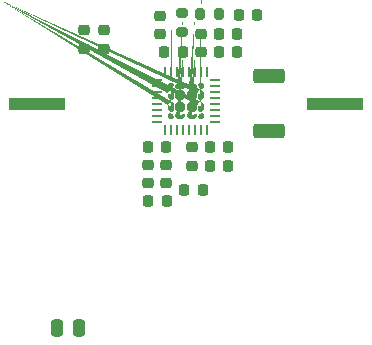
<source format=gbr>
%TF.GenerationSoftware,KiCad,Pcbnew,(6.0.5)*%
%TF.CreationDate,2025-03-15T15:53:08+01:00*%
%TF.ProjectId,PMA5-123-3W,504d4135-2d31-4323-932d-33572e6b6963,rev?*%
%TF.SameCoordinates,Original*%
%TF.FileFunction,Paste,Top*%
%TF.FilePolarity,Positive*%
%FSLAX46Y46*%
G04 Gerber Fmt 4.6, Leading zero omitted, Abs format (unit mm)*
G04 Created by KiCad (PCBNEW (6.0.5)) date 2025-03-15 15:53:08*
%MOMM*%
%LPD*%
G01*
G04 APERTURE LIST*
G04 Aperture macros list*
%AMRoundRect*
0 Rectangle with rounded corners*
0 $1 Rounding radius*
0 $2 $3 $4 $5 $6 $7 $8 $9 X,Y pos of 4 corners*
0 Add a 4 corners polygon primitive as box body*
4,1,4,$2,$3,$4,$5,$6,$7,$8,$9,$2,$3,0*
0 Add four circle primitives for the rounded corners*
1,1,$1+$1,$2,$3*
1,1,$1+$1,$4,$5*
1,1,$1+$1,$6,$7*
1,1,$1+$1,$8,$9*
0 Add four rect primitives between the rounded corners*
20,1,$1+$1,$2,$3,$4,$5,0*
20,1,$1+$1,$4,$5,$6,$7,0*
20,1,$1+$1,$6,$7,$8,$9,0*
20,1,$1+$1,$8,$9,$2,$3,0*%
%AMFreePoly0*
4,1,48,0.127555,0.216286,0.145112,0.216286,0.159316,0.205966,0.176016,0.200540,0.186336,0.186336,0.200540,0.176016,0.205966,0.159316,0.216286,0.145112,0.216286,0.127555,0.221712,0.110856,0.221712,-0.110856,0.216286,-0.127555,0.216286,-0.145112,0.205966,-0.159316,0.200540,-0.176016,0.186336,-0.186336,0.176016,-0.200540,0.159316,-0.205966,0.145112,-0.216286,0.127555,-0.216286,
0.110856,-0.221712,-0.110856,-0.221712,-0.127555,-0.216286,-0.145112,-0.216286,-0.159316,-0.205966,-0.176016,-0.200540,-0.186336,-0.186336,-0.200540,-0.176016,-0.205966,-0.159316,-0.216286,-0.145112,-0.216286,-0.127555,-0.221712,-0.110856,-0.221712,-0.000473,-0.218948,0.008034,-0.220347,0.016868,-0.208562,0.039997,-0.200540,0.064687,-0.193304,0.069944,-0.189243,0.077914,-0.077914,0.189243,
-0.069944,0.193304,-0.064687,0.200540,-0.039997,0.208562,-0.016868,0.220347,-0.008034,0.218948,0.000473,0.221712,0.110856,0.221712,0.127555,0.216286,0.127555,0.216286,$1*%
%AMFreePoly1*
4,1,51,0.238787,0.219373,0.246263,0.220557,0.265836,0.210584,0.286728,0.203796,0.291177,0.197673,0.297922,0.194236,0.375637,0.116520,0.379073,0.109776,0.385197,0.105327,0.391985,0.084434,0.401958,0.064862,0.400774,0.057386,0.403113,0.050187,0.403113,-0.127902,0.398522,-0.142032,0.398522,-0.156891,0.389788,-0.168912,0.385197,-0.183042,0.373177,-0.191776,0.364443,-0.203796,
0.350313,-0.208387,0.338292,-0.217121,0.323433,-0.217121,0.309303,-0.221712,-0.309303,-0.221712,-0.323433,-0.217121,-0.338292,-0.217121,-0.350313,-0.208387,-0.364443,-0.203796,-0.373177,-0.191776,-0.385197,-0.183042,-0.389788,-0.168912,-0.398522,-0.156891,-0.398522,-0.142032,-0.403113,-0.127902,-0.403113,0.050187,-0.400774,0.057386,-0.401958,0.064862,-0.391985,0.084435,-0.385197,0.105327,
-0.379074,0.109776,-0.375637,0.116521,-0.297921,0.194236,-0.291177,0.197672,-0.286728,0.203796,-0.265835,0.210584,-0.246263,0.220557,-0.238787,0.219373,-0.231588,0.221712,0.231588,0.221712,0.238787,0.219373,0.238787,0.219373,$1*%
%AMFreePoly2*
4,1,51,0.142032,0.398522,0.156891,0.398522,0.168912,0.389788,0.183042,0.385197,0.191776,0.373177,0.203796,0.364443,0.208387,0.350313,0.217121,0.338292,0.217121,0.323433,0.221712,0.309303,0.221712,-0.309303,0.217121,-0.323433,0.217121,-0.338292,0.208387,-0.350313,0.203796,-0.364443,0.191776,-0.373177,0.183042,-0.385197,0.168912,-0.389788,0.156891,-0.398522,0.142032,-0.398522,
0.127902,-0.403113,-0.050187,-0.403113,-0.057386,-0.400774,-0.064862,-0.401958,-0.084434,-0.391985,-0.105327,-0.385197,-0.109776,-0.379073,-0.116520,-0.375637,-0.194236,-0.297922,-0.197673,-0.291177,-0.203796,-0.286728,-0.210584,-0.265836,-0.220557,-0.246263,-0.219373,-0.238787,-0.221712,-0.231588,-0.221712,0.231588,-0.219373,0.238787,-0.220557,0.246263,-0.210584,0.265836,-0.203796,0.286728,
-0.197673,0.291177,-0.194236,0.297922,-0.116520,0.375637,-0.109776,0.379073,-0.105327,0.385197,-0.084434,0.391985,-0.064862,0.401958,-0.057386,0.400774,-0.050187,0.403113,0.127902,0.403113,0.142032,0.398522,0.142032,0.398522,$1*%
%AMFreePoly3*
4,1,51,0.057386,0.400774,0.064862,0.401958,0.084435,0.391985,0.105327,0.385197,0.109776,0.379074,0.116521,0.375637,0.194236,0.297921,0.197672,0.291177,0.203796,0.286728,0.210584,0.265835,0.220557,0.246263,0.219373,0.238787,0.221712,0.231588,0.221712,-0.231588,0.219373,-0.238787,0.220557,-0.246263,0.210584,-0.265835,0.203796,-0.286728,0.197672,-0.291177,0.194236,-0.297921,
0.116521,-0.375637,0.109776,-0.379074,0.105327,-0.385197,0.084435,-0.391985,0.064862,-0.401958,0.057386,-0.400774,0.050187,-0.403113,-0.127902,-0.403113,-0.142032,-0.398522,-0.156891,-0.398522,-0.168912,-0.389788,-0.183042,-0.385197,-0.191776,-0.373177,-0.203796,-0.364443,-0.208387,-0.350313,-0.217121,-0.338292,-0.217121,-0.323433,-0.221712,-0.309303,-0.221712,0.309303,-0.217121,0.323433,
-0.217121,0.338292,-0.208387,0.350313,-0.203796,0.364443,-0.191776,0.373177,-0.183042,0.385197,-0.168912,0.389788,-0.156891,0.398522,-0.142032,0.398522,-0.127902,0.403113,0.050187,0.403113,0.057386,0.400774,0.057386,0.400774,$1*%
%AMFreePoly4*
4,1,51,0.323433,0.217121,0.338292,0.217121,0.350313,0.208387,0.364443,0.203796,0.373177,0.191776,0.385197,0.183042,0.389788,0.168912,0.398522,0.156891,0.398522,0.142032,0.403113,0.127902,0.403113,-0.050187,0.400774,-0.057386,0.401958,-0.064862,0.391985,-0.084434,0.385197,-0.105327,0.379073,-0.109776,0.375637,-0.116520,0.297922,-0.194236,0.291177,-0.197673,0.286728,-0.203796,
0.265836,-0.210584,0.246263,-0.220557,0.238787,-0.219373,0.231588,-0.221712,-0.231588,-0.221712,-0.238787,-0.219373,-0.246263,-0.220557,-0.265835,-0.210584,-0.286728,-0.203796,-0.291177,-0.197672,-0.297921,-0.194236,-0.375637,-0.116521,-0.379074,-0.109776,-0.385197,-0.105327,-0.391985,-0.084435,-0.401958,-0.064862,-0.400774,-0.057386,-0.403113,-0.050187,-0.403113,0.127902,-0.398522,0.142032,
-0.398522,0.156891,-0.389788,0.168912,-0.385197,0.183042,-0.373177,0.191776,-0.364443,0.203796,-0.350313,0.208387,-0.338292,0.217121,-0.323433,0.217121,-0.309303,0.221712,0.309303,0.221712,0.323433,0.217121,0.323433,0.217121,$1*%
%AMFreePoly5*
4,1,48,0.127555,0.216286,0.145112,0.216286,0.159316,0.205966,0.176016,0.200540,0.186336,0.186336,0.200540,0.176016,0.205966,0.159316,0.216286,0.145112,0.216286,0.127555,0.221712,0.110856,0.221712,-0.110856,0.216286,-0.127555,0.216286,-0.145112,0.205966,-0.159316,0.200540,-0.176016,0.186336,-0.186336,0.176016,-0.200540,0.159316,-0.205966,0.145112,-0.216286,0.127555,-0.216286,
0.110856,-0.221712,0.000473,-0.221712,-0.008034,-0.218948,-0.016868,-0.220347,-0.039997,-0.208562,-0.064687,-0.200540,-0.069944,-0.193304,-0.077914,-0.189243,-0.189243,-0.077914,-0.193304,-0.069944,-0.200540,-0.064687,-0.208562,-0.039997,-0.220347,-0.016868,-0.218948,-0.008034,-0.221712,0.000473,-0.221712,0.110856,-0.216286,0.127555,-0.216286,0.145112,-0.205966,0.159316,-0.200540,0.176016,
-0.186336,0.186336,-0.176016,0.200540,-0.159316,0.205966,-0.145112,0.216286,-0.127555,0.216286,-0.110856,0.221712,0.110856,0.221712,0.127555,0.216286,0.127555,0.216286,$1*%
%AMFreePoly6*
4,1,48,0.008034,0.218948,0.016868,0.220347,0.039997,0.208562,0.064687,0.200540,0.069944,0.193304,0.077914,0.189243,0.189243,0.077914,0.193304,0.069944,0.200540,0.064687,0.208562,0.039997,0.220347,0.016868,0.218948,0.008034,0.221712,-0.000473,0.221712,-0.110856,0.216286,-0.127555,0.216286,-0.145112,0.205966,-0.159316,0.200540,-0.176016,0.186336,-0.186336,0.176016,-0.200540,
0.159316,-0.205966,0.145112,-0.216286,0.127555,-0.216286,0.110856,-0.221712,-0.110856,-0.221712,-0.127555,-0.216286,-0.145112,-0.216286,-0.159316,-0.205966,-0.176016,-0.200540,-0.186336,-0.186336,-0.200540,-0.176016,-0.205966,-0.159316,-0.216286,-0.145112,-0.216286,-0.127555,-0.221712,-0.110856,-0.221712,0.110856,-0.216286,0.127555,-0.216286,0.145112,-0.205966,0.159316,-0.200540,0.176016,
-0.186336,0.186336,-0.176016,0.200540,-0.159316,0.205966,-0.145112,0.216286,-0.127555,0.216286,-0.110856,0.221712,-0.000473,0.221712,0.008034,0.218948,0.008034,0.218948,$1*%
%AMFreePoly7*
4,1,48,0.127555,0.216286,0.145112,0.216286,0.159316,0.205966,0.176016,0.200540,0.186336,0.186336,0.200540,0.176016,0.205966,0.159316,0.216286,0.145112,0.216286,0.127555,0.221712,0.110856,0.221712,0.000473,0.218948,-0.008034,0.220347,-0.016868,0.208562,-0.039997,0.200540,-0.064687,0.193304,-0.069944,0.189243,-0.077914,0.077914,-0.189243,0.069944,-0.193304,0.064687,-0.200540,
0.039997,-0.208562,0.016868,-0.220347,0.008034,-0.218948,-0.000473,-0.221712,-0.110856,-0.221712,-0.127555,-0.216286,-0.145112,-0.216286,-0.159316,-0.205966,-0.176016,-0.200540,-0.186336,-0.186336,-0.200540,-0.176016,-0.205966,-0.159316,-0.216286,-0.145112,-0.216286,-0.127555,-0.221712,-0.110856,-0.221712,0.110856,-0.216286,0.127555,-0.216286,0.145112,-0.205966,0.159316,-0.200540,0.176016,
-0.186336,0.186336,-0.176016,0.200540,-0.159316,0.205966,-0.145112,0.216286,-0.127555,0.216286,-0.110856,0.221712,0.110856,0.221712,0.127555,0.216286,0.127555,0.216286,$1*%
G04 Aperture macros list end*
%ADD10RoundRect,0.225000X0.225000X0.250000X-0.225000X0.250000X-0.225000X-0.250000X0.225000X-0.250000X0*%
%ADD11RoundRect,0.201557X0.201556X0.201556X-0.201556X0.201556X-0.201556X-0.201556X0.201556X-0.201556X0*%
%ADD12FreePoly0,180.000000*%
%ADD13FreePoly1,180.000000*%
%ADD14FreePoly2,180.000000*%
%ADD15FreePoly3,180.000000*%
%ADD16FreePoly4,180.000000*%
%ADD17FreePoly5,180.000000*%
%ADD18FreePoly6,180.000000*%
%ADD19FreePoly7,180.000000*%
%ADD20RoundRect,0.062500X0.375000X0.062500X-0.375000X0.062500X-0.375000X-0.062500X0.375000X-0.062500X0*%
%ADD21RoundRect,0.062500X0.062500X0.375000X-0.062500X0.375000X-0.062500X-0.375000X0.062500X-0.375000X0*%
%ADD22RoundRect,0.225000X-0.250000X0.225000X-0.250000X-0.225000X0.250000X-0.225000X0.250000X0.225000X0*%
%ADD23RoundRect,0.225000X-0.225000X-0.250000X0.225000X-0.250000X0.225000X0.250000X-0.225000X0.250000X0*%
%ADD24RoundRect,0.225000X0.250000X-0.225000X0.250000X0.225000X-0.250000X0.225000X-0.250000X-0.225000X0*%
%ADD25RoundRect,0.218750X0.218750X0.256250X-0.218750X0.256250X-0.218750X-0.256250X0.218750X-0.256250X0*%
%ADD26R,4.700000X1.100000*%
%ADD27RoundRect,0.250000X-1.075000X0.362500X-1.075000X-0.362500X1.075000X-0.362500X1.075000X0.362500X0*%
%ADD28RoundRect,0.200000X0.200000X0.275000X-0.200000X0.275000X-0.200000X-0.275000X0.200000X-0.275000X0*%
%ADD29RoundRect,0.218750X0.256250X-0.218750X0.256250X0.218750X-0.256250X0.218750X-0.256250X-0.218750X0*%
%ADD30RoundRect,0.250000X0.250000X0.475000X-0.250000X0.475000X-0.250000X-0.475000X0.250000X-0.475000X0*%
%ADD31RoundRect,0.200000X0.275000X-0.200000X0.275000X0.200000X-0.275000X0.200000X-0.275000X-0.200000X0*%
G04 APERTURE END LIST*
D10*
%TO.C,C16*%
X170725000Y-46612740D03*
X169175000Y-46612740D03*
%TD*%
D11*
%TO.C,U4*%
X170500000Y-50250000D03*
D12*
X169725000Y-49475000D03*
D13*
X170500000Y-49475000D03*
D14*
X169725000Y-50250000D03*
D15*
X172275000Y-50250000D03*
D13*
X171500000Y-49475000D03*
D11*
X171500000Y-50250000D03*
X171500000Y-51250000D03*
X170500000Y-51250000D03*
D14*
X169725000Y-51250000D03*
D16*
X171500000Y-52025000D03*
D17*
X169725000Y-52025000D03*
D15*
X172275000Y-51250000D03*
D18*
X172275000Y-49475000D03*
D19*
X172275000Y-52025000D03*
D16*
X170500000Y-52025000D03*
D20*
X173437500Y-52500000D03*
X173437500Y-52000000D03*
X173437500Y-51500000D03*
X173437500Y-51000000D03*
X173437500Y-50500000D03*
X173437500Y-50000000D03*
X173437500Y-49500000D03*
X173437500Y-49000000D03*
D21*
X172750000Y-48312500D03*
X172250000Y-48312500D03*
X171750000Y-48312500D03*
X171250000Y-48312500D03*
X170750000Y-48312500D03*
X170250000Y-48312500D03*
X169750000Y-48312500D03*
X169250000Y-48312500D03*
D20*
X168562500Y-49000000D03*
X168562500Y-49500000D03*
X168562500Y-50000000D03*
X168562500Y-50500000D03*
X168562500Y-51000000D03*
X168562500Y-51500000D03*
X168562500Y-52000000D03*
X168562500Y-52500000D03*
D21*
X169250000Y-53187500D03*
X169750000Y-53187500D03*
X170250000Y-53187500D03*
X170750000Y-53187500D03*
X171250000Y-53187500D03*
X171750000Y-53187500D03*
X172250000Y-53187500D03*
X172750000Y-53187500D03*
%TD*%
D22*
%TO.C,C18*%
X167775000Y-56175000D03*
X167775000Y-57725000D03*
%TD*%
D23*
%TO.C,C13*%
X175475000Y-43500000D03*
X177025000Y-43500000D03*
%TD*%
D24*
%TO.C,C19*%
X164100000Y-46325000D03*
X164100000Y-44775000D03*
%TD*%
D25*
%TO.C,L1*%
X172412500Y-58300000D03*
X170837500Y-58300000D03*
%TD*%
D26*
%TO.C,J3*%
X183640000Y-51000000D03*
%TD*%
D23*
%TO.C,C6*%
X173025000Y-56300000D03*
X174575000Y-56300000D03*
%TD*%
D27*
%TO.C,R13*%
X178000000Y-48687500D03*
X178000000Y-53312500D03*
%TD*%
D22*
%TO.C,C14*%
X171500000Y-54675000D03*
X171500000Y-56225000D03*
%TD*%
D24*
%TO.C,C8*%
X172237740Y-46637740D03*
X172237740Y-45087740D03*
%TD*%
D28*
%TO.C,R5*%
X173812740Y-43400000D03*
X172162740Y-43400000D03*
%TD*%
D23*
%TO.C,C11*%
X173025000Y-54700000D03*
X174575000Y-54700000D03*
%TD*%
D29*
%TO.C,L2*%
X169350000Y-57725000D03*
X169350000Y-56150000D03*
%TD*%
D10*
%TO.C,C10*%
X169375000Y-59212500D03*
X167825000Y-59212500D03*
%TD*%
D23*
%TO.C,C7*%
X173775000Y-46650000D03*
X175325000Y-46650000D03*
%TD*%
D26*
%TO.C,J5*%
X158360000Y-51000000D03*
%TD*%
D24*
%TO.C,C20*%
X162400000Y-46325000D03*
X162400000Y-44775000D03*
%TD*%
D23*
%TO.C,C4*%
X173775000Y-45050000D03*
X175325000Y-45050000D03*
%TD*%
D30*
%TO.C,C1*%
X161950000Y-70000000D03*
X160050000Y-70000000D03*
%TD*%
D22*
%TO.C,C15*%
X168770000Y-43565000D03*
X168770000Y-45115000D03*
%TD*%
D31*
%TO.C,R8*%
X170700000Y-44925000D03*
X170700000Y-43275000D03*
%TD*%
D10*
%TO.C,C17*%
X169350000Y-54700000D03*
X167800000Y-54700000D03*
%TD*%
M02*

</source>
